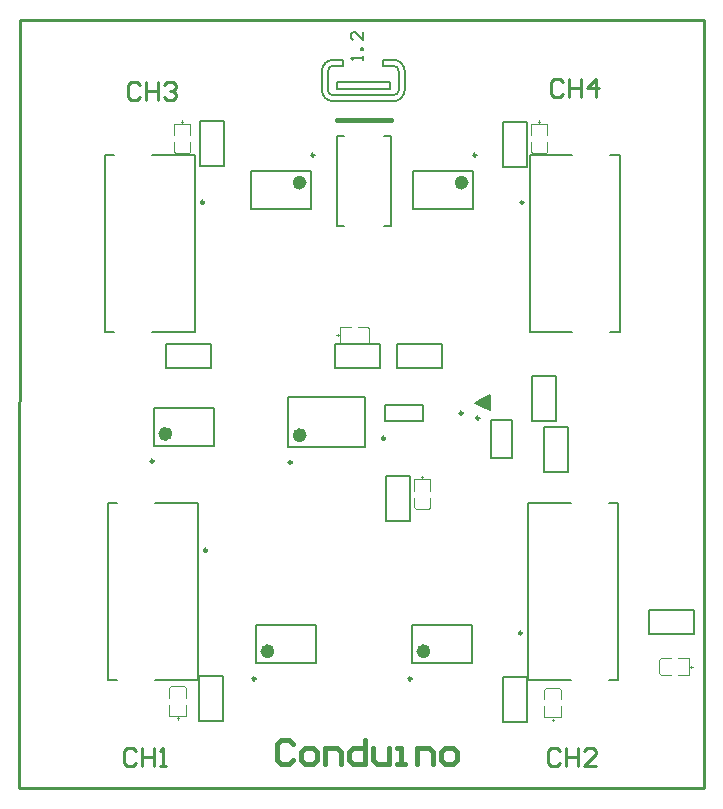
<source format=gto>
G04 Layer_Color=15132400*
%FSLAX25Y25*%
%MOIN*%
G70*
G01*
G75*
%ADD24C,0.01000*%
%ADD32C,0.00500*%
%ADD33C,0.00984*%
%ADD34C,0.02362*%
%ADD35C,0.00787*%
%ADD36C,0.00394*%
%ADD37C,0.01575*%
%ADD38C,0.01500*%
G36*
X332000Y381500D02*
X327000Y384000D01*
X332000Y386500D01*
Y381500D01*
D02*
G37*
D24*
X323000Y380500D02*
G03*
X323000Y380500I-500J0D01*
G01*
X213999Y267998D02*
X212999Y268998D01*
X211000D01*
X210000Y267998D01*
Y264000D01*
X211000Y263000D01*
X212999D01*
X213999Y264000D01*
X215998Y268998D02*
Y263000D01*
Y265999D01*
X219997D01*
Y268998D01*
Y263000D01*
X221996D02*
X223995D01*
X222996D01*
Y268998D01*
X221996Y267998D01*
X355499D02*
X354499Y268998D01*
X352500D01*
X351500Y267998D01*
Y264000D01*
X352500Y263000D01*
X354499D01*
X355499Y264000D01*
X357498Y268998D02*
Y263000D01*
Y265999D01*
X361497D01*
Y268998D01*
Y263000D01*
X367495D02*
X363496D01*
X367495Y266999D01*
Y267998D01*
X366495Y268998D01*
X364496D01*
X363496Y267998D01*
X356499Y490998D02*
X355499Y491998D01*
X353500D01*
X352500Y490998D01*
Y487000D01*
X353500Y486000D01*
X355499D01*
X356499Y487000D01*
X358498Y491998D02*
Y486000D01*
Y488999D01*
X362497D01*
Y491998D01*
Y486000D01*
X367495D02*
Y491998D01*
X364496Y488999D01*
X368495D01*
X215499Y489998D02*
X214499Y490998D01*
X212500D01*
X211500Y489998D01*
Y486000D01*
X212500Y485000D01*
X214499D01*
X215499Y486000D01*
X217498Y490998D02*
Y485000D01*
Y487999D01*
X221497D01*
Y490998D01*
Y485000D01*
X223496Y489998D02*
X224496Y490998D01*
X226495D01*
X227495Y489998D01*
Y488999D01*
X226495Y487999D01*
X225496D01*
X226495D01*
X227495Y486999D01*
Y486000D01*
X226495Y485000D01*
X224496D01*
X223496Y486000D01*
X175000Y255500D02*
X400500D01*
X403500D01*
Y511500D01*
X175500D02*
X403500D01*
X175000Y255500D02*
X175500Y511500D01*
D32*
X279821Y498289D02*
G03*
X276081Y494549I0J-3740D01*
G01*
Y488250D02*
G03*
X279821Y484510I3740J0D01*
G01*
X299899D02*
G03*
X303640Y488250I0J3740D01*
G01*
Y494549D02*
G03*
X299899Y498289I-3740J0D01*
G01*
X301671Y494549D02*
G03*
X299899Y496321I-1772J0D01*
G01*
Y486478D02*
G03*
X301671Y488250I0J1772D01*
G01*
X278049D02*
G03*
X279821Y486478I1772J0D01*
G01*
Y496321D02*
G03*
X278049Y494549I0J-1772D01*
G01*
X276081Y488250D02*
Y494549D01*
X279821Y484510D02*
X299899D01*
X303640Y488250D02*
Y494549D01*
X296553Y498289D02*
X299899D01*
X279821D02*
X283167D01*
Y496321D02*
Y498289D01*
X296553Y496321D02*
Y498289D01*
Y496321D02*
X299899D01*
X301671Y488250D02*
Y494549D01*
X279821Y486478D02*
X299899D01*
X279821Y496321D02*
X283167D01*
X278049Y488250D02*
Y494549D01*
X281002Y488644D02*
Y491006D01*
X298718D01*
Y488644D02*
Y491006D01*
X281002Y488644D02*
X298718D01*
X289860Y498289D02*
Y499601D01*
Y498945D01*
X285924D01*
X286580Y498289D01*
X289860Y501569D02*
X289204D01*
Y502225D01*
X289860D01*
Y501569D01*
Y507473D02*
Y504849D01*
X287236Y507473D01*
X286580D01*
X285924Y506817D01*
Y505505D01*
X286580Y504849D01*
D33*
X327524Y466516D02*
G03*
X327524Y466516I-492J0D01*
G01*
X328520Y378890D02*
G03*
X328520Y378890I-492J0D01*
G01*
X273524Y466516D02*
G03*
X273524Y466516I-492J0D01*
G01*
X219961Y364484D02*
G03*
X219961Y364484I-492J0D01*
G01*
X305961Y291984D02*
G03*
X305961Y291984I-492J0D01*
G01*
X297102Y372134D02*
G03*
X297102Y372134I-492J0D01*
G01*
X253961Y291984D02*
G03*
X253961Y291984I-492J0D01*
G01*
X343216Y450779D02*
G03*
X343216Y450779I-492J0D01*
G01*
X236768D02*
G03*
X236768Y450779I-492J0D01*
G01*
X342717Y307221D02*
G03*
X342717Y307221I-492J0D01*
G01*
X237768Y334780D02*
G03*
X237768Y334780I-492J0D01*
G01*
X265984Y364114D02*
G03*
X265984Y364114I-492J0D01*
G01*
D34*
X323783Y457362D02*
G03*
X323783Y457362I-1181J0D01*
G01*
X269783D02*
G03*
X269783Y457362I-1181J0D01*
G01*
X225079Y373638D02*
G03*
X225079Y373638I-1181J0D01*
G01*
X311079Y301138D02*
G03*
X311079Y301138I-1181J0D01*
G01*
X259079D02*
G03*
X259079Y301138I-1181J0D01*
G01*
X269823Y373169D02*
G03*
X269823Y373169I-1181J0D01*
G01*
D35*
X306461Y461299D02*
X326539D01*
X306461Y448701D02*
X326539D01*
Y461299D01*
X306461Y448701D02*
Y461299D01*
X332555Y365701D02*
Y378299D01*
X339445Y365701D02*
Y378299D01*
X332555D02*
X339445D01*
X332555Y365701D02*
X339445D01*
X252461Y461299D02*
X272539D01*
X252461Y448701D02*
X272539D01*
Y461299D01*
X252461Y448701D02*
Y461299D01*
X219961Y369701D02*
X240039D01*
X219961Y382299D02*
X240039D01*
X219961Y369701D02*
Y382299D01*
X240039Y369701D02*
Y382299D01*
X305961Y297201D02*
X326039D01*
X305961Y309799D02*
X326039D01*
X305961Y297201D02*
Y309799D01*
X326039Y297201D02*
Y309799D01*
X309799Y377842D02*
Y383157D01*
X297201Y377842D02*
Y383157D01*
X309799D01*
X297201Y377842D02*
X309799D01*
X253961Y297201D02*
X274039D01*
X253961Y309799D02*
X274039D01*
X253961Y297201D02*
Y309799D01*
X274039Y297201D02*
Y309799D01*
X372130Y466528D02*
X375284D01*
X345284D02*
X359539D01*
X345284Y407472D02*
Y466528D01*
X375284Y407472D02*
Y466528D01*
X345284Y407472D02*
X359539D01*
X372130D02*
X375284D01*
X203716Y466528D02*
X206870D01*
X219461D02*
X233717D01*
Y407472D02*
Y466528D01*
X203716Y407472D02*
Y466528D01*
X219461Y407472D02*
X233717D01*
X203716D02*
X206870D01*
X371630Y291472D02*
X374783D01*
X344783D02*
X359039D01*
X344783D02*
Y350528D01*
X374783Y291472D02*
Y350528D01*
X344783D02*
X359039D01*
X371630D02*
X374783D01*
X204716D02*
X207870D01*
X220461D02*
X234717D01*
Y291472D02*
Y350528D01*
X204716Y291472D02*
Y350528D01*
X220461Y291472D02*
X234717D01*
X204716D02*
X207870D01*
X327000Y384000D02*
X332000Y381500D01*
Y386500D01*
X327000Y384000D02*
X332000Y386500D01*
X336563Y462520D02*
Y477480D01*
X344437D01*
Y462520D02*
Y477480D01*
X336563Y462520D02*
X344437D01*
X346063Y378020D02*
Y392980D01*
Y378020D02*
X353937D01*
Y392980D01*
X346063D02*
X353937D01*
X350063Y361020D02*
Y375980D01*
Y361020D02*
X357937D01*
Y375980D01*
X350063D02*
X357937D01*
X243437Y463020D02*
Y477980D01*
X235563D02*
X243437D01*
X235563Y463020D02*
Y477980D01*
Y463020D02*
X243437D01*
X224020Y403437D02*
X238980D01*
X224020Y395563D02*
Y403437D01*
Y395563D02*
X238980D01*
Y403437D01*
X280520D02*
X295480D01*
Y395563D02*
Y403437D01*
X280520Y395563D02*
X295480D01*
X280520D02*
Y403437D01*
X336563Y277520D02*
Y292480D01*
Y277520D02*
X344437D01*
Y292480D01*
X336563D02*
X344437D01*
X385020Y307063D02*
X399980D01*
Y314937D01*
X385020D02*
X399980D01*
X385020Y307063D02*
Y314937D01*
X299055Y443039D02*
Y472961D01*
X280945Y443039D02*
Y472961D01*
X296595D02*
X299055D01*
X296595Y443039D02*
X299055D01*
X280945Y472961D02*
X283405D01*
X280945Y443039D02*
X283405D01*
X301020Y395563D02*
X315980D01*
Y403437D01*
X301020D02*
X315980D01*
X301020Y395563D02*
Y403437D01*
X297563Y344520D02*
Y359480D01*
Y344520D02*
X305437D01*
Y359480D01*
X297563D02*
X305437D01*
X235063Y278020D02*
Y292980D01*
Y278020D02*
X242937D01*
Y292980D01*
X235063D02*
X242937D01*
X264705Y369232D02*
X290295D01*
X264705Y385768D02*
X290295D01*
X264705Y369232D02*
Y385768D01*
X290295Y369232D02*
Y385768D01*
D36*
X345744Y473181D02*
Y476921D01*
X351256D01*
Y473181D02*
Y476921D01*
X345744Y467669D02*
Y470819D01*
Y467669D02*
X346335Y467079D01*
X350665D01*
X351256Y467669D01*
Y470819D01*
X348106Y477709D02*
X348894D01*
X348500Y477315D02*
Y478102D01*
X232256Y473181D02*
Y476921D01*
X226744D02*
X232256D01*
X226744Y473181D02*
Y476921D01*
X232256Y467669D02*
Y470819D01*
X231665Y467079D02*
X232256Y467669D01*
X227335Y467079D02*
X231665D01*
X226744Y467669D02*
X227335Y467079D01*
X226744Y467669D02*
Y470819D01*
X229106Y477709D02*
X229894D01*
X229500Y477315D02*
Y478102D01*
X282079Y403744D02*
X285819D01*
X282079D02*
Y409256D01*
X285819D01*
X288181Y403744D02*
X291331D01*
X291921Y404335D01*
Y408665D01*
X291331Y409256D02*
X291921Y408665D01*
X288181Y409256D02*
X291331D01*
X281291Y406106D02*
Y406894D01*
X280898Y406500D02*
X281685D01*
X350244Y279079D02*
Y282819D01*
Y279079D02*
X355756D01*
Y282819D01*
X350244Y285181D02*
Y288331D01*
X350835Y288921D01*
X355165D01*
X355756Y288331D01*
Y285181D02*
Y288331D01*
X352606Y278291D02*
X353394D01*
X353000Y277898D02*
Y278685D01*
X394681Y293244D02*
X398421D01*
Y298756D01*
X394681D02*
X398421D01*
X389169Y293244D02*
X392319D01*
X388579Y293835D02*
X389169Y293244D01*
X388579Y293835D02*
Y298165D01*
X389169Y298756D01*
X392319D01*
X399209Y295606D02*
Y296394D01*
X398815Y296000D02*
X399602D01*
X312256Y354681D02*
Y358421D01*
X306744D02*
X312256D01*
X306744Y354681D02*
Y358421D01*
X312256Y349169D02*
Y352319D01*
X311665Y348579D02*
X312256Y349169D01*
X307335Y348579D02*
X311665D01*
X306744Y349169D02*
X307335Y348579D01*
X306744Y349169D02*
Y352319D01*
X309106Y359209D02*
X309894D01*
X309500Y358815D02*
Y359602D01*
X225244Y279579D02*
Y283319D01*
Y279579D02*
X230756D01*
Y283319D01*
X225244Y285681D02*
Y288831D01*
X225835Y289421D01*
X230165D01*
X230756Y288831D01*
Y285681D02*
Y288831D01*
X227606Y278791D02*
X228394D01*
X228000Y278398D02*
Y279185D01*
D37*
X280945Y478078D02*
X299055D01*
D38*
X266332Y270164D02*
X264999Y271497D01*
X262333D01*
X261000Y270164D01*
Y264833D01*
X262333Y263500D01*
X264999D01*
X266332Y264833D01*
X270330Y263500D02*
X272996D01*
X274329Y264833D01*
Y267499D01*
X272996Y268832D01*
X270330D01*
X268997Y267499D01*
Y264833D01*
X270330Y263500D01*
X276995D02*
Y268832D01*
X280994D01*
X282326Y267499D01*
Y263500D01*
X290324Y271497D02*
Y263500D01*
X286325D01*
X284992Y264833D01*
Y267499D01*
X286325Y268832D01*
X290324D01*
X292990D02*
Y264833D01*
X294322Y263500D01*
X298321D01*
Y268832D01*
X300987Y263500D02*
X303653D01*
X302320D01*
Y268832D01*
X300987D01*
X307652Y263500D02*
Y268832D01*
X311650D01*
X312983Y267499D01*
Y263500D01*
X316982D02*
X319648D01*
X320981Y264833D01*
Y267499D01*
X319648Y268832D01*
X316982D01*
X315649Y267499D01*
Y264833D01*
X316982Y263500D01*
M02*

</source>
